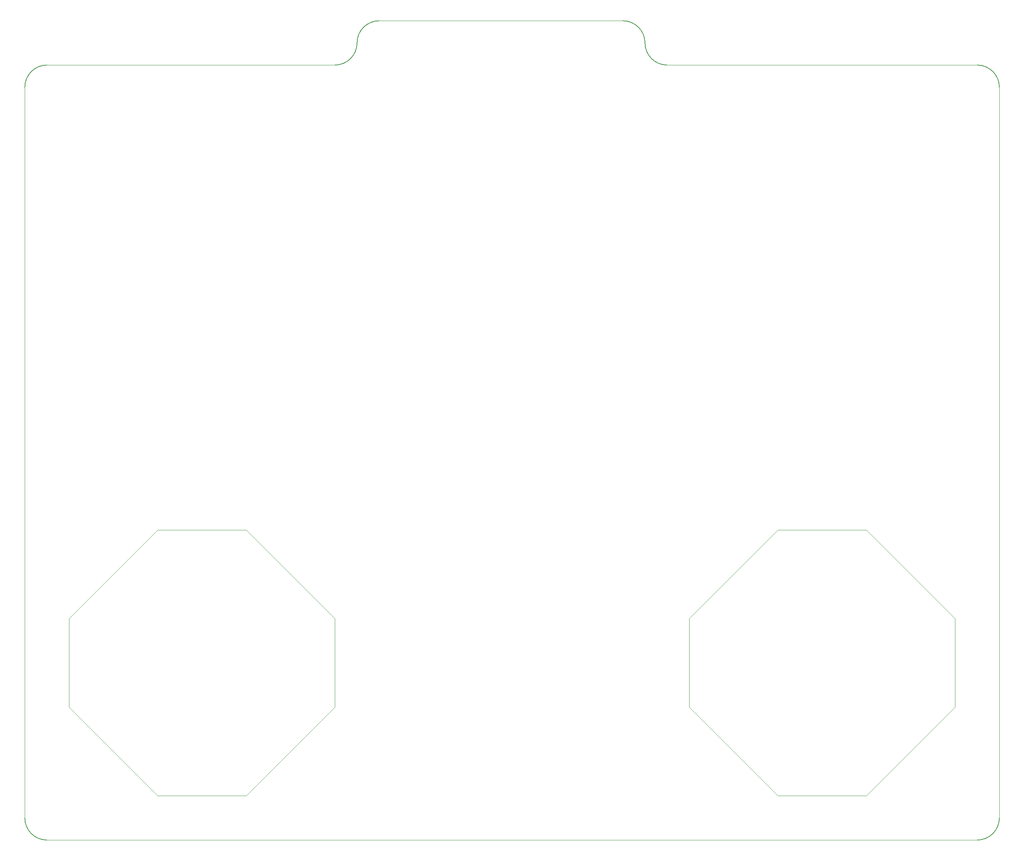
<source format=gbr>
%TF.GenerationSoftware,KiCad,Pcbnew,(7.0.0-0)*%
%TF.CreationDate,2024-03-29T02:07:55+01:00*%
%TF.ProjectId,universalRobotTx,756e6976-6572-4736-916c-526f626f7454,rev?*%
%TF.SameCoordinates,Original*%
%TF.FileFunction,Profile,NP*%
%FSLAX46Y46*%
G04 Gerber Fmt 4.6, Leading zero omitted, Abs format (unit mm)*
G04 Created by KiCad (PCBNEW (7.0.0-0)) date 2024-03-29 02:07:55*
%MOMM*%
%LPD*%
G01*
G04 APERTURE LIST*
%TA.AperFunction,Profile*%
%ADD10C,0.100000*%
%TD*%
%TA.AperFunction,Profile*%
%ADD11C,0.200000*%
%TD*%
G04 APERTURE END LIST*
D10*
X-15240000Y-172720000D02*
X-15240000Y-5080000D01*
X-238760000Y-172720000D02*
X-238760000Y-5080000D01*
X-167640000Y0D02*
X-233680000Y0D01*
X-101600000Y10160000D02*
X-157480000Y10160000D01*
X-20320000Y0D02*
X-91440000Y0D01*
X-233680000Y-177800000D02*
X-20320000Y-177800000D01*
D11*
X-157480000Y10160000D02*
G75*
G03*
X-162560000Y5080000I2J-5080002D01*
G01*
X-167640000Y0D02*
G75*
G03*
X-162560000Y5080000I-2J5080002D01*
G01*
X-20320000Y-177800000D02*
G75*
G03*
X-15240000Y-172720000I-2J5080002D01*
G01*
X-15240000Y-5080000D02*
G75*
G03*
X-20320000Y0I-5080002J-2D01*
G01*
X-96520000Y5080000D02*
G75*
G03*
X-101600000Y10160000I-5080002J-2D01*
G01*
X-96520000Y5080000D02*
G75*
G03*
X-91440000Y0I5080002J2D01*
G01*
X-233680000Y0D02*
G75*
G03*
X-238760000Y-5080000I2J-5080002D01*
G01*
X-238760000Y-172720000D02*
G75*
G03*
X-233680000Y-177800000I5080002J2D01*
G01*
D10*
X-25400000Y-127000000D02*
X-25400000Y-147320000D01*
X-45720000Y-167640000D01*
X-66040000Y-167640000D01*
X-86360000Y-147320000D01*
X-86360000Y-127000000D01*
X-66040000Y-106680000D01*
X-45720000Y-106680000D01*
X-25400000Y-127000000D01*
X-167640000Y-127000000D02*
X-167640000Y-147320000D01*
X-187960000Y-167640000D01*
X-208280000Y-167640000D01*
X-228600000Y-147320000D01*
X-228600000Y-127000000D01*
X-208280000Y-106680000D01*
X-187960000Y-106680000D01*
X-167640000Y-127000000D01*
M02*

</source>
